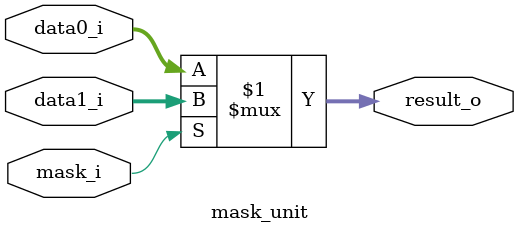
<source format=v>



module mask_unit(
	input             mask_i,
	input [7:0]       data0_i,
	input [7:0]       data1_i,
	output [7:0]      result_o);

	assign result_o = mask_i ? data1_i : data0_i;
endmodule

// Local Variables:
// verilog-typedef-regexp:"_t$"
// End:

</source>
